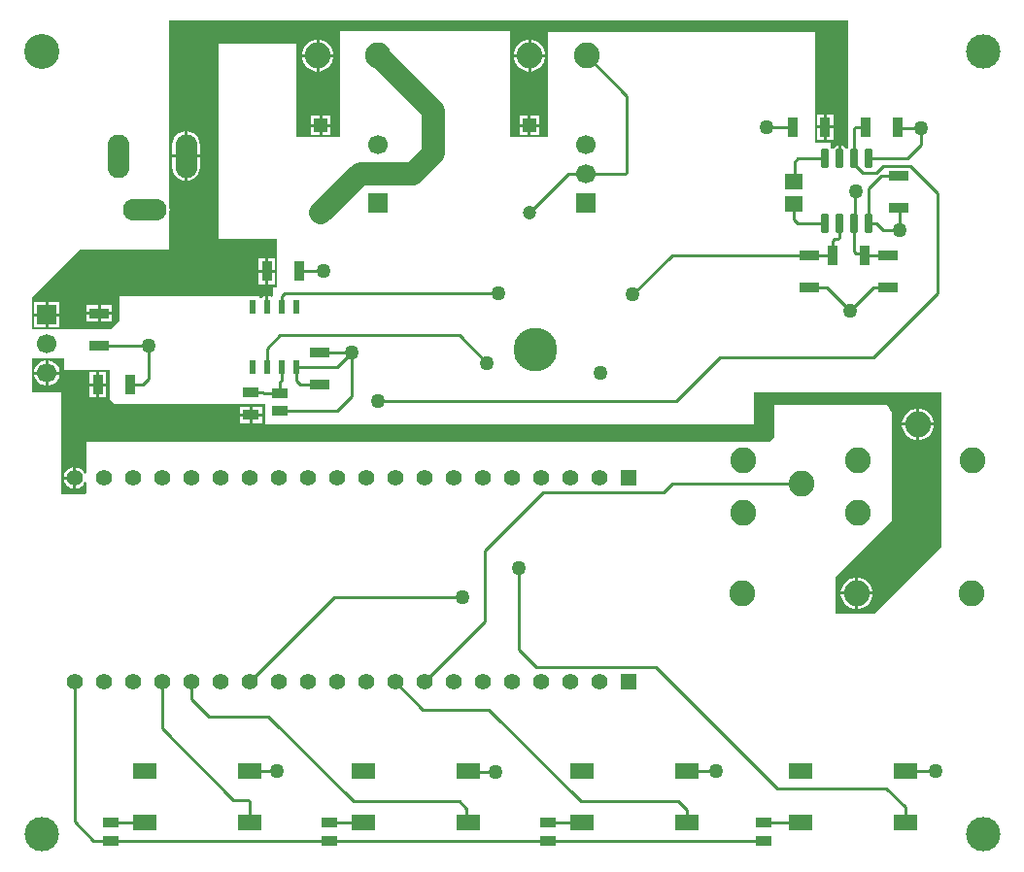
<source format=gtl>
G04*
G04 #@! TF.GenerationSoftware,Altium Limited,Altium Designer,24.2.2 (26)*
G04*
G04 Layer_Physical_Order=1*
G04 Layer_Color=255*
%FSLAX25Y25*%
%MOIN*%
G70*
G04*
G04 #@! TF.SameCoordinates,004D1183-16E1-436D-8927-E0D308D58255*
G04*
G04*
G04 #@! TF.FilePolarity,Positive*
G04*
G01*
G75*
%ADD14C,0.01000*%
%ADD15R,0.03740X0.06693*%
G04:AMPARAMS|DCode=16|XSize=25.59mil|YSize=64.96mil|CornerRadius=1.92mil|HoleSize=0mil|Usage=FLASHONLY|Rotation=180.000|XOffset=0mil|YOffset=0mil|HoleType=Round|Shape=RoundedRectangle|*
%AMROUNDEDRECTD16*
21,1,0.02559,0.06112,0,0,180.0*
21,1,0.02175,0.06496,0,0,180.0*
1,1,0.00384,-0.01088,0.03056*
1,1,0.00384,0.01088,0.03056*
1,1,0.00384,0.01088,-0.03056*
1,1,0.00384,-0.01088,-0.03056*
%
%ADD16ROUNDEDRECTD16*%
%ADD17R,0.06102X0.05315*%
%ADD18R,0.08268X0.05512*%
%ADD19R,0.05180X0.03567*%
G04:AMPARAMS|DCode=20|XSize=21.65mil|YSize=49.21mil|CornerRadius=1.95mil|HoleSize=0mil|Usage=FLASHONLY|Rotation=180.000|XOffset=0mil|YOffset=0mil|HoleType=Round|Shape=RoundedRectangle|*
%AMROUNDEDRECTD20*
21,1,0.02165,0.04532,0,0,180.0*
21,1,0.01776,0.04921,0,0,180.0*
1,1,0.00390,-0.00888,0.02266*
1,1,0.00390,0.00888,0.02266*
1,1,0.00390,0.00888,-0.02266*
1,1,0.00390,-0.00888,-0.02266*
%
%ADD20ROUNDEDRECTD20*%
%ADD21R,0.06693X0.03740*%
%ADD22R,0.05709X0.03740*%
%ADD33C,0.04724*%
%ADD34R,0.04724X0.04724*%
%ADD38C,0.11811*%
%ADD39C,0.12000*%
%ADD40C,0.07874*%
%ADD41R,0.06693X0.06693*%
%ADD42C,0.06693*%
%ADD43C,0.14961*%
%ADD44C,0.05543*%
%ADD45R,0.05543X0.05543*%
%ADD46O,0.07480X0.14961*%
%ADD47O,0.14961X0.07480*%
%ADD48R,0.06693X0.06693*%
%ADD49C,0.05000*%
%ADD50C,0.08858*%
G36*
X61500Y295000D02*
X292500D01*
Y251458D01*
X292290Y251143D01*
X292255Y250969D01*
X291745D01*
X291710Y251143D01*
X291447Y251537D01*
X291053Y251801D01*
X290588Y251893D01*
X290000D01*
Y247622D01*
X289000D01*
Y251893D01*
X288412D01*
X287947Y251801D01*
X287553Y251537D01*
X287290Y251143D01*
X287255Y250969D01*
X286745D01*
X286710Y251143D01*
X286500Y251458D01*
Y253000D01*
X281000D01*
Y291000D01*
X189500D01*
Y255000D01*
X176500D01*
Y291500D01*
X118000D01*
Y255000D01*
X103000D01*
Y287000D01*
X76500D01*
Y220000D01*
X96500D01*
Y203500D01*
X95000D01*
Y200396D01*
X94500Y200128D01*
X94354Y200226D01*
X93888Y200319D01*
X93500D01*
Y196835D01*
X92500D01*
Y200319D01*
X92112D01*
X91646Y200226D01*
X91251Y199962D01*
X91000Y199587D01*
X90962Y199579D01*
X90500Y199709D01*
Y200500D01*
X42500D01*
Y192000D01*
X39500Y189000D01*
X12500D01*
Y200000D01*
X29000Y216500D01*
X59500D01*
Y229149D01*
X59596Y229878D01*
X59500Y230607D01*
Y294901D01*
X60833Y295033D01*
X61500Y295000D01*
D02*
G37*
G36*
X23500Y175000D02*
X39000D01*
Y165000D01*
X40500Y163500D01*
X92500D01*
Y156500D01*
X260000D01*
Y167500D01*
X324500D01*
Y114500D01*
X301500Y91500D01*
X288000D01*
Y104000D01*
X307500Y123500D01*
Y160000D01*
Y160500D01*
X305833Y163000D01*
X267000D01*
Y152000D01*
X265500Y150500D01*
X31000D01*
Y139576D01*
X30515Y139456D01*
X30018Y140316D01*
X29316Y141018D01*
X28456Y141515D01*
X27500Y141771D01*
Y138000D01*
Y134229D01*
X28456Y134485D01*
X29316Y134982D01*
X30018Y135684D01*
X30515Y136544D01*
X31000Y136424D01*
Y133000D01*
X30500Y132500D01*
X22500D01*
Y167500D01*
X12500D01*
Y179000D01*
X23500D01*
Y175000D01*
D02*
G37*
%LPC*%
G36*
X183790Y288394D02*
X183575D01*
Y283465D01*
X188504D01*
Y283679D01*
X188134Y285060D01*
X187419Y286298D01*
X186408Y287309D01*
X185170Y288024D01*
X183790Y288394D01*
D02*
G37*
G36*
X182575D02*
X182360D01*
X180979Y288024D01*
X179741Y287309D01*
X178730Y286298D01*
X178016Y285060D01*
X177646Y283679D01*
Y283465D01*
X182575D01*
Y288394D01*
D02*
G37*
G36*
X111140D02*
X110925D01*
Y283465D01*
X115854D01*
Y283679D01*
X115484Y285060D01*
X114770Y286298D01*
X113759Y287309D01*
X112521Y288024D01*
X111140Y288394D01*
D02*
G37*
G36*
X109925D02*
X109710D01*
X108330Y288024D01*
X107092Y287309D01*
X106081Y286298D01*
X105366Y285060D01*
X104996Y283679D01*
Y283465D01*
X109925D01*
Y288394D01*
D02*
G37*
G36*
X188504Y282465D02*
X183575D01*
Y277535D01*
X183790D01*
X185170Y277905D01*
X186408Y278620D01*
X187419Y279631D01*
X188134Y280869D01*
X188504Y282250D01*
Y282465D01*
D02*
G37*
G36*
X182575D02*
X177646D01*
Y282250D01*
X178016Y280869D01*
X178730Y279631D01*
X179741Y278620D01*
X180979Y277905D01*
X182360Y277535D01*
X182575D01*
Y282465D01*
D02*
G37*
G36*
X115854D02*
X110925D01*
Y277535D01*
X111140D01*
X112521Y277905D01*
X113759Y278620D01*
X114770Y279631D01*
X115484Y280869D01*
X115854Y282250D01*
Y282465D01*
D02*
G37*
G36*
X109925D02*
X104996D01*
Y282250D01*
X105366Y280869D01*
X106081Y279631D01*
X107092Y278620D01*
X108330Y277905D01*
X109710Y277535D01*
X109925D01*
Y282465D01*
D02*
G37*
G36*
X186362Y262374D02*
X183500D01*
Y259512D01*
X186362D01*
Y262374D01*
D02*
G37*
G36*
X114862D02*
X112000D01*
Y259512D01*
X114862D01*
Y262374D01*
D02*
G37*
G36*
X182500D02*
X179638D01*
Y259512D01*
X182500D01*
Y262374D01*
D02*
G37*
G36*
X111000D02*
X108138D01*
Y259512D01*
X111000D01*
Y262374D01*
D02*
G37*
G36*
X287382Y262846D02*
X285012D01*
Y259000D01*
X287382D01*
Y262846D01*
D02*
G37*
G36*
X284012D02*
X281642D01*
Y259000D01*
X284012D01*
Y262846D01*
D02*
G37*
G36*
X186362Y258512D02*
X183500D01*
Y255650D01*
X186362D01*
Y258512D01*
D02*
G37*
G36*
X182500D02*
X179638D01*
Y255650D01*
X182500D01*
Y258512D01*
D02*
G37*
G36*
X114862D02*
X112000D01*
Y255650D01*
X114862D01*
Y258512D01*
D02*
G37*
G36*
X111000D02*
X108138D01*
Y255650D01*
X111000D01*
Y258512D01*
D02*
G37*
G36*
X287382Y258000D02*
X285012D01*
Y254153D01*
X287382D01*
Y258000D01*
D02*
G37*
G36*
X284012D02*
X281642D01*
Y254153D01*
X284012D01*
Y258000D01*
D02*
G37*
G36*
X65748Y256955D02*
Y249000D01*
X70029D01*
Y252240D01*
X69866Y253478D01*
X69389Y254631D01*
X68629Y255621D01*
X67638Y256381D01*
X66486Y256858D01*
X65748Y256955D01*
D02*
G37*
G36*
X64748D02*
X64011Y256858D01*
X62858Y256381D01*
X61867Y255621D01*
X61107Y254631D01*
X60630Y253478D01*
X60467Y252240D01*
Y249000D01*
X64748D01*
Y256955D01*
D02*
G37*
G36*
X70029Y248000D02*
X65748D01*
Y240045D01*
X66486Y240142D01*
X67638Y240619D01*
X68629Y241379D01*
X69389Y242369D01*
X69866Y243522D01*
X70029Y244760D01*
Y248000D01*
D02*
G37*
G36*
X64748D02*
X60467D01*
Y244760D01*
X60630Y243522D01*
X61107Y242369D01*
X61867Y241379D01*
X62858Y240619D01*
X64011Y240142D01*
X64748Y240045D01*
Y248000D01*
D02*
G37*
G36*
X95858Y213227D02*
X93488D01*
Y209381D01*
X95858D01*
Y213227D01*
D02*
G37*
G36*
X92488D02*
X90118D01*
Y209381D01*
X92488D01*
Y213227D01*
D02*
G37*
G36*
X95858Y208381D02*
X93488D01*
Y204534D01*
X95858D01*
Y208381D01*
D02*
G37*
G36*
X92488D02*
X90118D01*
Y204534D01*
X92488D01*
Y208381D01*
D02*
G37*
G36*
X39846Y197382D02*
X36000D01*
Y195012D01*
X39846D01*
Y197382D01*
D02*
G37*
G36*
X35000D02*
X31154D01*
Y195012D01*
X35000D01*
Y197382D01*
D02*
G37*
G36*
X21846Y198346D02*
X18000D01*
Y194500D01*
X21846D01*
Y198346D01*
D02*
G37*
G36*
X17000D02*
X13154D01*
Y194500D01*
X17000D01*
Y198346D01*
D02*
G37*
G36*
X39846Y194012D02*
X36000D01*
Y191642D01*
X39846D01*
Y194012D01*
D02*
G37*
G36*
X35000D02*
X31154D01*
Y191642D01*
X35000D01*
Y194012D01*
D02*
G37*
G36*
X21846Y193500D02*
X18000D01*
Y189654D01*
X21846D01*
Y193500D01*
D02*
G37*
G36*
X17000D02*
X13154D01*
Y189654D01*
X17000D01*
Y193500D01*
D02*
G37*
G36*
X18072Y178346D02*
X18000D01*
Y174500D01*
X21846D01*
Y174572D01*
X21550Y175678D01*
X20978Y176669D01*
X20169Y177478D01*
X19178Y178050D01*
X18072Y178346D01*
D02*
G37*
G36*
X17000D02*
X16928D01*
X15822Y178050D01*
X14831Y177478D01*
X14022Y176669D01*
X13450Y175678D01*
X13154Y174572D01*
Y174500D01*
X17000D01*
Y178346D01*
D02*
G37*
G36*
X37858Y174346D02*
X35488D01*
Y170500D01*
X37858D01*
Y174346D01*
D02*
G37*
G36*
X34488D02*
X32118D01*
Y170500D01*
X34488D01*
Y174346D01*
D02*
G37*
G36*
X21846Y173500D02*
X18000D01*
Y169653D01*
X18072D01*
X19178Y169950D01*
X20169Y170522D01*
X20978Y171331D01*
X21550Y172322D01*
X21846Y173428D01*
Y173500D01*
D02*
G37*
G36*
X17000D02*
X13154D01*
Y173428D01*
X13450Y172322D01*
X14022Y171331D01*
X14831Y170522D01*
X15822Y169950D01*
X16928Y169653D01*
X17000D01*
Y173500D01*
D02*
G37*
G36*
X37858Y169500D02*
X35488D01*
Y165654D01*
X37858D01*
Y169500D01*
D02*
G37*
G36*
X34488D02*
X32118D01*
Y165654D01*
X34488D01*
Y169500D01*
D02*
G37*
G36*
X91354Y162531D02*
X88000D01*
Y160161D01*
X91354D01*
Y162531D01*
D02*
G37*
G36*
X87000D02*
X83646D01*
Y160161D01*
X87000D01*
Y162531D01*
D02*
G37*
G36*
X316990Y161854D02*
X316776D01*
Y156925D01*
X321705D01*
Y157140D01*
X321335Y158521D01*
X320620Y159759D01*
X319609Y160770D01*
X318371Y161484D01*
X316990Y161854D01*
D02*
G37*
G36*
X315776D02*
X315561D01*
X314180Y161484D01*
X312942Y160770D01*
X311931Y159759D01*
X311216Y158521D01*
X310846Y157140D01*
Y156925D01*
X315776D01*
Y161854D01*
D02*
G37*
G36*
X91354Y159161D02*
X88000D01*
Y156791D01*
X91354D01*
Y159161D01*
D02*
G37*
G36*
X87000D02*
X83646D01*
Y156791D01*
X87000D01*
Y159161D01*
D02*
G37*
G36*
X321705Y155925D02*
X316776D01*
Y150996D01*
X316990D01*
X318371Y151366D01*
X319609Y152081D01*
X320620Y153092D01*
X321335Y154330D01*
X321705Y155710D01*
Y155925D01*
D02*
G37*
G36*
X315776D02*
X310846D01*
Y155710D01*
X311216Y154330D01*
X311931Y153092D01*
X312942Y152081D01*
X314180Y151366D01*
X315561Y150996D01*
X315776D01*
Y155925D01*
D02*
G37*
G36*
X26500Y141771D02*
X25544Y141515D01*
X24684Y141018D01*
X23982Y140316D01*
X23485Y139456D01*
X23229Y138500D01*
X26500D01*
Y141771D01*
D02*
G37*
G36*
Y137500D02*
X23229D01*
X23485Y136544D01*
X23982Y135684D01*
X24684Y134982D01*
X25544Y134485D01*
X26500Y134229D01*
Y137500D01*
D02*
G37*
G36*
X295990Y103854D02*
X295776D01*
Y98925D01*
X300705D01*
Y99140D01*
X300335Y100521D01*
X299620Y101759D01*
X298609Y102770D01*
X297371Y103484D01*
X295990Y103854D01*
D02*
G37*
G36*
X294776D02*
X294561D01*
X293180Y103484D01*
X291942Y102770D01*
X290931Y101759D01*
X290216Y100521D01*
X289846Y99140D01*
Y98925D01*
X294776D01*
Y103854D01*
D02*
G37*
G36*
X300705Y97925D02*
X295776D01*
Y92996D01*
X295990D01*
X297371Y93366D01*
X298609Y94081D01*
X299620Y95092D01*
X300335Y96330D01*
X300705Y97710D01*
Y97925D01*
D02*
G37*
G36*
X294776D02*
X289846D01*
Y97710D01*
X290216Y96330D01*
X290931Y95092D01*
X291942Y94081D01*
X293180Y93366D01*
X294561Y92996D01*
X294776D01*
Y97925D01*
D02*
G37*
%LPD*%
D14*
X179500Y79000D02*
X185500Y73000D01*
X179500Y79000D02*
Y107000D01*
X185500Y73000D02*
X226500D01*
X137000Y68000D02*
X146500Y58500D01*
X169000D01*
X116000Y97000D02*
X160000D01*
X87000Y68000D02*
X116000Y97000D01*
X167728Y88728D02*
Y113142D01*
X187586Y133000D01*
X147000Y68000D02*
X167728Y88728D01*
X98000Y200414D02*
X99086Y201500D01*
X172500D01*
X131000Y164500D02*
X233500D01*
X97500Y187000D02*
X159000D01*
X168500Y177500D01*
X233500Y164500D02*
X248500Y179500D01*
X301000D01*
X323000Y201500D02*
Y235787D01*
X301000Y179500D02*
X323000Y201500D01*
X313727Y245060D02*
X323000Y235787D01*
X304232Y245060D02*
X313727D01*
X302046Y242874D02*
X304232Y245060D01*
X297280Y242874D02*
X302046D01*
X294500Y245654D02*
X297280Y242874D01*
X294500Y245654D02*
Y247622D01*
X299500Y237500D02*
X303690Y241690D01*
X309759D01*
X275000Y225500D02*
X284378D01*
X273853Y226647D02*
X275000Y225500D01*
X273853Y226647D02*
Y232161D01*
X274000Y239985D02*
Y246500D01*
X273853Y239839D02*
X274000Y239985D01*
Y246500D02*
X275122Y247622D01*
X284500D01*
X50500Y170000D02*
X52500Y172000D01*
Y183500D01*
X46012Y170000D02*
X50500D01*
X312622Y247622D02*
X317268Y252268D01*
X299500Y247622D02*
X312622D01*
X317268Y252268D02*
Y258204D01*
X294500Y247622D02*
Y257914D01*
X295086Y258500D02*
X298488D01*
X294500Y257914D02*
X295086Y258500D01*
X309512D02*
X309808Y258204D01*
X317268D01*
X17250Y183750D02*
X17500Y184000D01*
X35512Y183500D02*
X52500D01*
X35500Y183488D02*
X35512Y183500D01*
X187586Y133000D02*
X229177D01*
X236500Y20055D02*
X236913Y19642D01*
X169000Y58500D02*
X200586Y26914D01*
X226500Y73000D02*
X268000Y31500D01*
X229177Y133000D02*
X232102Y135925D01*
X276406D01*
X200586Y26914D02*
X233913D01*
X236913Y23913D01*
Y19642D02*
Y23913D01*
X57000Y52000D02*
Y68000D01*
X67000Y62000D02*
Y68000D01*
Y62000D02*
X73000Y56000D01*
X93500D01*
X122587Y26913D02*
X159087D01*
X161500Y24500D01*
Y20055D02*
Y24500D01*
Y20055D02*
X161913Y19642D01*
X93500Y56000D02*
X122587Y26913D01*
X27000Y20000D02*
Y68000D01*
Y20000D02*
X33500Y13500D01*
X305328Y31500D02*
X311913Y24914D01*
X268000Y31500D02*
X305328D01*
X311913Y19642D02*
Y24914D01*
X278912Y203500D02*
X285000D01*
X293000Y195500D01*
X301000Y203500D01*
X306088D01*
X294750Y225628D02*
Y236250D01*
X294500Y225378D02*
X294750Y225628D01*
Y236250D02*
X295000Y236500D01*
X93000Y182500D02*
X97500Y187000D01*
X116945Y160945D02*
X122086Y166086D01*
X97500Y160945D02*
X116945D01*
X93000Y176165D02*
Y182500D01*
X103000Y176165D02*
X117165D01*
X122000Y176662D02*
X122086Y176576D01*
X122000Y176662D02*
Y181000D01*
X122086Y166086D02*
Y176576D01*
X98000Y196835D02*
Y200414D01*
X294500Y215586D02*
Y225378D01*
X218500Y201000D02*
X232012Y214512D01*
X278901D01*
X57000Y52000D02*
X81500Y27500D01*
X86327D01*
X86913Y26913D01*
Y19642D02*
Y26913D01*
X85535Y19642D02*
X86913D01*
X83280Y21898D02*
X85535Y19642D01*
X39500Y19555D02*
X51000D01*
X51087Y19642D01*
X114500Y19555D02*
X114586Y19642D01*
X126087D01*
X189500Y19555D02*
X189586Y19642D01*
X201087D01*
X263500Y19555D02*
X263586Y19642D01*
X276087D01*
X189500Y13445D02*
X263500D01*
X114500D02*
X189500D01*
X39500D02*
X114500D01*
X33500Y13500D02*
X39445D01*
X39500Y13445D01*
X50728Y20000D02*
X51087Y19642D01*
X304500Y223000D02*
X310000D01*
X299500Y225378D02*
X302122D01*
X304500Y223000D01*
X310000D02*
Y230425D01*
X309759Y230666D02*
X310000Y230425D01*
X299500Y225378D02*
Y237500D01*
X312055Y37500D02*
X322500D01*
X311913Y37358D02*
X312055Y37500D01*
X237055D02*
X247000D01*
X236913Y37358D02*
X237055Y37500D01*
X162272Y37000D02*
X171500D01*
X161913Y37358D02*
X162272Y37000D01*
X86913Y37358D02*
X87055Y37500D01*
X96500D01*
X306088Y203500D02*
X306099Y203488D01*
X278901D02*
X278912Y203500D01*
X264500Y258500D02*
X273488D01*
X104012Y208881D02*
X104131Y209000D01*
X112500D01*
X111356Y181000D02*
X122000D01*
X117165Y176165D02*
X122000Y181000D01*
X111166Y181190D02*
X111356Y181000D01*
X103000Y171500D02*
X104334Y170166D01*
X111166D01*
X103000Y171500D02*
Y176165D01*
X275728Y20000D02*
X276087Y19642D01*
X200728Y20000D02*
X201087Y19642D01*
X87661Y167500D02*
X91500D01*
X87500Y167339D02*
X87661Y167500D01*
X91500D02*
X91945Y167055D01*
X97500D01*
Y171000D01*
X98000Y171500D01*
Y176165D01*
X298024Y214512D02*
X306099D01*
X298012Y214500D02*
X298024Y214512D01*
X278912Y214500D02*
X286988D01*
X278901Y214512D02*
X278912Y214500D01*
X289500Y220586D02*
Y225378D01*
X288914Y220000D02*
X289500Y220586D01*
X287586Y220000D02*
X288914D01*
X287000Y214512D02*
Y219414D01*
X287586Y220000D01*
X286988Y214500D02*
X287000Y214512D01*
X297512Y215000D02*
X298012Y214500D01*
X295086Y215000D02*
X297512D01*
X294500Y215586D02*
X295086Y215000D01*
X284378Y225500D02*
X284500Y225378D01*
X183000Y228988D02*
X196512Y242500D01*
X202500D01*
X215914D01*
X216500Y243086D01*
Y269193D01*
X202728Y282965D02*
X216500Y269193D01*
D15*
X298488Y258500D02*
D03*
X309512D02*
D03*
X46012Y170000D02*
D03*
X34988D02*
D03*
X286988Y214500D02*
D03*
X298012D02*
D03*
X104012Y208881D02*
D03*
X92988D02*
D03*
X273488Y258500D02*
D03*
X284512D02*
D03*
D16*
X299500Y247622D02*
D03*
X294500D02*
D03*
X289500D02*
D03*
X284500D02*
D03*
X299500Y225378D02*
D03*
X294500D02*
D03*
X289500D02*
D03*
X284500D02*
D03*
D17*
X273853Y232161D02*
D03*
Y239839D02*
D03*
D18*
X161913Y19642D02*
D03*
X126087D02*
D03*
X161913Y37358D02*
D03*
X126087D02*
D03*
X86913Y19642D02*
D03*
X51087D02*
D03*
X86913Y37358D02*
D03*
X51087D02*
D03*
X311913Y19642D02*
D03*
X276087D02*
D03*
X311913Y37358D02*
D03*
X276087D02*
D03*
X236913Y19642D02*
D03*
X201087D02*
D03*
X236913Y37358D02*
D03*
X201087D02*
D03*
D19*
X39500Y19555D02*
D03*
Y13445D02*
D03*
X97500Y160945D02*
D03*
Y167055D02*
D03*
X263500Y13445D02*
D03*
Y19555D02*
D03*
X189500Y13445D02*
D03*
Y19555D02*
D03*
X114500Y13445D02*
D03*
Y19555D02*
D03*
D20*
X103000Y196835D02*
D03*
X98000D02*
D03*
X93000D02*
D03*
X88000D02*
D03*
X103000Y176165D02*
D03*
X98000D02*
D03*
X93000D02*
D03*
X88000D02*
D03*
D21*
X111166Y181190D02*
D03*
Y170166D02*
D03*
X309759Y230666D02*
D03*
Y241690D02*
D03*
X306099Y214512D02*
D03*
Y203488D02*
D03*
X278901Y214512D02*
D03*
Y203488D02*
D03*
X35500Y194512D02*
D03*
Y183488D02*
D03*
D22*
X87500Y167339D02*
D03*
Y159661D02*
D03*
D33*
X183000Y228988D02*
D03*
X111500D02*
D03*
D34*
X183000Y259012D02*
D03*
X111500D02*
D03*
D38*
X15748Y15748D02*
D03*
X338583D02*
D03*
Y284299D02*
D03*
D39*
X15748Y284300D02*
D03*
D40*
X125012Y242500D02*
X131000D01*
X111500Y228988D02*
X125012Y242500D01*
X131000D02*
X143000D01*
X150000Y249500D01*
X131110Y282965D02*
X150000Y264075D01*
Y249500D02*
Y264075D01*
D41*
X131000Y232500D02*
D03*
X202500D02*
D03*
D42*
X131000Y242500D02*
D03*
Y252500D02*
D03*
X202500Y242500D02*
D03*
Y252500D02*
D03*
X17500Y174000D02*
D03*
Y184000D02*
D03*
D43*
X185000Y182000D02*
D03*
D44*
X127000Y68000D02*
D03*
X117000D02*
D03*
X137000D02*
D03*
X147000D02*
D03*
X157000D02*
D03*
X167000D02*
D03*
X177000D02*
D03*
X187000D02*
D03*
X197000D02*
D03*
X207000D02*
D03*
X107000D02*
D03*
X97000D02*
D03*
X87000D02*
D03*
X77000D02*
D03*
X67000D02*
D03*
X57000D02*
D03*
X47000D02*
D03*
X37000D02*
D03*
X27000D02*
D03*
X127000Y138000D02*
D03*
X117000D02*
D03*
X137000D02*
D03*
X147000D02*
D03*
X157000D02*
D03*
X167000D02*
D03*
X177000D02*
D03*
X187000D02*
D03*
X197000D02*
D03*
X207000D02*
D03*
X107000D02*
D03*
X97000D02*
D03*
X87000D02*
D03*
X77000D02*
D03*
X67000D02*
D03*
X57000D02*
D03*
X47000D02*
D03*
X37000D02*
D03*
X27000D02*
D03*
D45*
X217000Y68000D02*
D03*
Y138000D02*
D03*
D46*
X65248Y248500D02*
D03*
X41902D02*
D03*
D47*
X51075Y229878D02*
D03*
D48*
X17500Y194000D02*
D03*
D49*
X179500Y107000D02*
D03*
X160000Y97000D02*
D03*
X172500Y201500D02*
D03*
X131000Y164500D02*
D03*
X168500Y177500D02*
D03*
X317268Y258204D02*
D03*
X52500Y183500D02*
D03*
X293000Y195500D02*
D03*
X295000Y236500D02*
D03*
X207500Y174000D02*
D03*
X218500Y201000D02*
D03*
X310000Y223000D02*
D03*
X322500Y37500D02*
D03*
X247000D02*
D03*
X171500Y37000D02*
D03*
X96500Y37500D02*
D03*
X264500Y258500D02*
D03*
X112500Y209000D02*
D03*
X122000Y181000D02*
D03*
D50*
X295776Y125925D02*
D03*
X255906Y98425D02*
D03*
X256405Y125925D02*
D03*
X334646Y98425D02*
D03*
X276406Y135925D02*
D03*
X316276Y156425D02*
D03*
X295776Y143925D02*
D03*
X335146D02*
D03*
X256405D02*
D03*
X295276Y98425D02*
D03*
X183075Y282965D02*
D03*
X202728D02*
D03*
X131110D02*
D03*
X110425D02*
D03*
M02*

</source>
